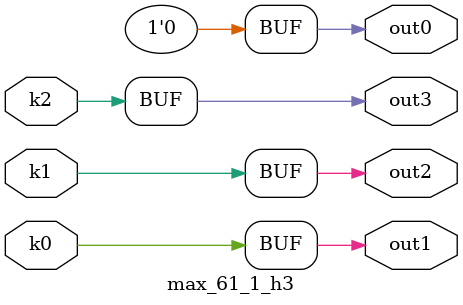
<source format=v>
module max_61_1(pi00, pi01, pi02, pi03, pi04, pi05, pi06, pi07, pi08, pi09, po0, po1, po2, po3);
input pi00, pi01, pi02, pi03, pi04, pi05, pi06, pi07, pi08, pi09;
output po0, po1, po2, po3;
wire k0, k1, k2;
max_61_1_w3 DUT1 (pi00, pi01, pi02, pi03, pi04, pi05, pi06, pi07, pi08, pi09, k0, k1, k2);
max_61_1_h3 DUT2 (k0, k1, k2, po0, po1, po2, po3);
endmodule

module max_61_1_w3(in9, in8, in7, in6, in5, in4, in3, in2, in1, in0, k2, k1, k0);
input in9, in8, in7, in6, in5, in4, in3, in2, in1, in0;
output k2, k1, k0;
assign k0 =   in1 ? ~in8 : ~in5;
assign k1 =   in1 ? ~in9 : ~in6;
assign k2 =   (((~in9 | (in6 & (in3 | in0))) & (in6 | in3 | in0)) | (~in7 & in4) | (~in8 & in5)) & (~in8 | in5 | (~in7 & in4)) & ~in2 & (~in7 | in4);
endmodule

module max_61_1_h3(k2, k1, k0, out3, out2, out1, out0);
input k2, k1, k0;
output out3, out2, out1, out0;
assign out0 = 0;
assign out1 = k0;
assign out2 = k1;
assign out3 = k2;
endmodule

</source>
